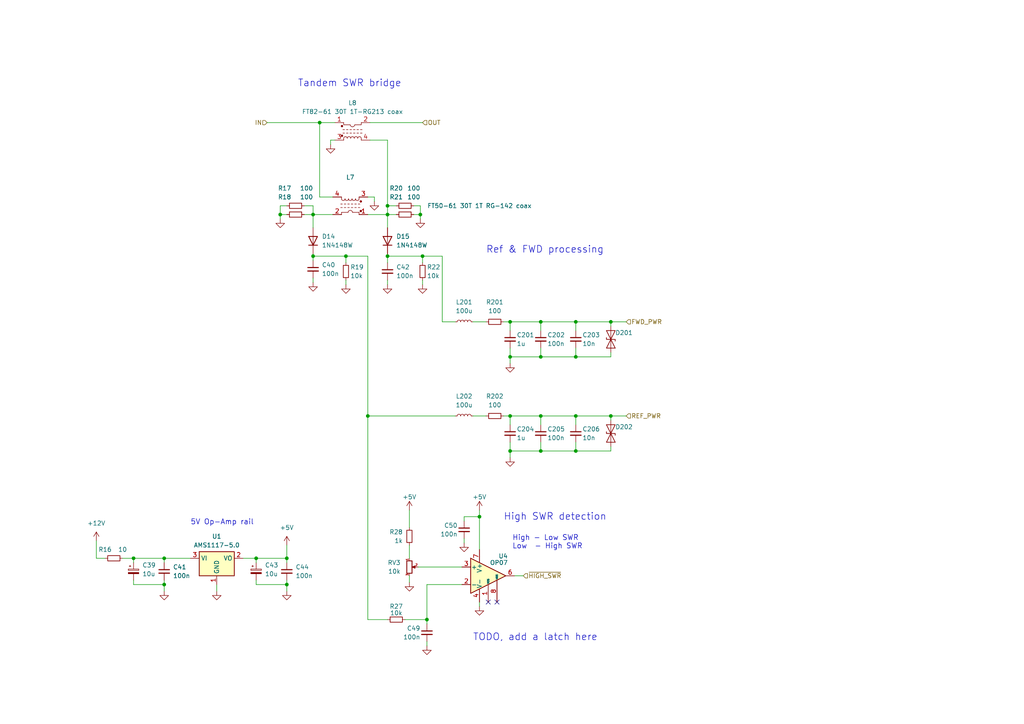
<source format=kicad_sch>
(kicad_sch (version 20230121) (generator eeschema)
  (paper "A4")
  (title_block (title "600 W LDMOS HF RF Amplifier - Forte") (date "2023-07-08") (rev "1.1") (company "SP6GK") (comment 1 "RF pallet") (comment 2 "Tandem SWR bridge") (comment 3 "High SWR trip"))
  (lib_symbols
    (symbol "Amplifier_Operational:OP07" (pin_names (offset 0.127))
      (property "Reference" "U" (at 1.27 6.35 0))
      (property "Value" "OP07" (at 1.27 3.81 0))
      (symbol "OP07_0_1"
        (polyline (pts (xy -5.08 5.08) (xy 5.08 0) (xy -5.08 -5.08) (xy -5.08 5.08)) (stroke (width 0.254)) (fill (type background)))
      )
      (symbol "OP07_1_1"
        (pin input line (at 0 -7.62 90) (length 5.08) (name "VOS") (number "1"))
        (pin input line (at -7.62 -2.54 0) (length 2.54) (name "-") (number "2"))
        (pin input line (at -7.62 2.54 0) (length 2.54) (name "+") (number "3"))
        (pin power_in line (at -2.54 -7.62 90) (length 3.81) (name "V-") (number "4"))
        (pin no_connect line (at 0 2.54 270) (length 2.54) hide (name "NC") (number "5"))
        (pin output line (at 7.62 0 180) (length 2.54) (name "~") (number "6"))
        (pin power_in line (at -2.54 7.62 270) (length 3.81) (name "V+") (number "7"))
        (pin input line (at 2.54 -7.62 90) (length 6.35) (name "VOS") (number "8"))
      )
    )
    (symbol "Device:C_Polarized_Small" (pin_numbers hide) (pin_names (offset 0.254) hide)
      (property "Reference" "C" (at 0.254 1.778 0))
      (property "Value" "C_Polarized_Small" (at 0.254 -2.032 0))
      (symbol "C_Polarized_Small_0_1"
        (rectangle (start -1.524 -0.3048) (end 1.524 -0.6858) (fill (type outline)))
        (rectangle (start -1.524 0.6858) (end 1.524 0.3048))
        (polyline (pts (xy -1.27 1.524) (xy -0.762 1.524)))
        (polyline (pts (xy -1.016 1.27) (xy -1.016 1.778)))
      )
      (symbol "C_Polarized_Small_1_1"
        (pin passive line (at 0 2.54 270) (length 1.8542) (name "~") (number "1"))
        (pin passive line (at 0 -2.54 90) (length 1.8542) (name "~") (number "2"))
      )
    )
    (symbol "Device:C_Small" (pin_numbers hide) (pin_names (offset 0.254) hide)
      (property "Reference" "C" (at 0.254 1.778 0))
      (property "Value" "C_Small" (at 0.254 -2.032 0))
      (symbol "C_Small_0_1"
        (polyline (pts (xy -1.524 -0.508) (xy 1.524 -0.508)) (stroke (width 0.3302)))
        (polyline (pts (xy -1.524 0.508) (xy 1.524 0.508)) (stroke (width 0.3048)))
      )
      (symbol "C_Small_1_1"
        (pin passive line (at 0 2.54 270) (length 2.032) (name "~") (number "1"))
        (pin passive line (at 0 -2.54 90) (length 2.032) (name "~") (number "2"))
      )
    )
    (symbol "Device:L_Small" (pin_numbers hide) (pin_names (offset 0.254) hide)
      (property "Reference" "L" (at 0.762 1.016 0))
      (property "Value" "L_Small" (at 0.762 -1.016 0))
      (symbol "L_Small_0_1"
        (arc (start 0 -2.032) (mid 0.5058 -1.524) (end 0 -1.016))
        (arc (start 0 -1.016) (mid 0.5058 -0.508) (end 0 0))
        (arc (start 0 0) (mid 0.5058 0.508) (end 0 1.016))
        (arc (start 0 1.016) (mid 0.5058 1.524) (end 0 2.032))
      )
      (symbol "L_Small_1_1"
        (pin passive line (at 0 2.54 270) (length 0.508) (name "~") (number "1"))
        (pin passive line (at 0 -2.54 90) (length 0.508) (name "~") (number "2"))
      )
    )
    (symbol "Device:R_Potentiometer_Small" (pin_names (offset 1.016) hide)
      (property "Reference" "RV" (at -4.445 0 90))
      (property "Value" "R_Potentiometer_Small" (at -2.54 0 90))
      (symbol "R_Potentiometer_Small_0_1"
        (polyline (pts (xy 0.889 0) (xy 0.635 0) (xy 1.651 0.381) (xy 1.651 -0.381) (xy 0.635 0) (xy 0.889 0)) (fill (type outline)))
        (rectangle (start 0.762 1.8034) (end -0.762 -1.8034) (stroke (width 0.254)))
      )
      (symbol "R_Potentiometer_Small_1_1"
        (pin passive line (at 0 2.54 270) (length 0.635) (name "1") (number "1"))
        (pin passive line (at 2.54 0 180) (length 0.9906) (name "2") (number "2"))
        (pin passive line (at 0 -2.54 90) (length 0.635) (name "3") (number "3"))
      )
    )
    (symbol "Device:R_Small" (pin_numbers hide) (pin_names (offset 0.254) hide)
      (property "Reference" "R" (at 0.762 0.508 0))
      (property "Value" "R_Small" (at 0.762 -1.016 0))
      (symbol "R_Small_0_1"
        (rectangle (start -0.762 1.778) (end 0.762 -1.778) (stroke (width 0.2032)))
      )
      (symbol "R_Small_1_1"
        (pin passive line (at 0 2.54 270) (length 0.762) (name "~") (number "1"))
        (pin passive line (at 0 -2.54 90) (length 0.762) (name "~") (number "2"))
      )
    )
    (symbol "Diode:1N4148W" (pin_numbers hide) (pin_names hide)
      (property "Reference" "D" (at 0 2.54 0))
      (property "Value" "1N4148W" (at 0 -2.54 0))
      (symbol "1N4148W_0_1"
        (polyline (pts (xy -1.27 1.27) (xy -1.27 -1.27)) (stroke (width 0.254)))
        (polyline (pts (xy 1.27 0) (xy -1.27 0)))
        (polyline (pts (xy 1.27 1.27) (xy 1.27 -1.27) (xy -1.27 0) (xy 1.27 1.27)) (stroke (width 0.254)))
      )
      (symbol "1N4148W_1_1"
        (pin passive line (at -3.81 0 0) (length 2.54) (name "K") (number "1"))
        (pin passive line (at 3.81 0 180) (length 2.54) (name "A") (number "2"))
      )
    )
    (symbol "Diode:SD12_SOD323" (pin_numbers hide) (pin_names (offset 1.016) hide)
      (property "Reference" "D" (at 0 2.54 0))
      (property "Value" "SD12_SOD323" (at 0 -2.54 0))
      (symbol "SD12_SOD323_0_1"
        (polyline (pts (xy 1.27 0) (xy -1.27 0)))
        (polyline (pts (xy -2.54 -1.27) (xy 0 0) (xy -2.54 1.27) (xy -2.54 -1.27)) (stroke (width 0.2032)))
        (polyline (pts (xy 0.508 1.27) (xy 0 1.27) (xy 0 -1.27) (xy -0.508 -1.27)) (stroke (width 0.2032)))
        (polyline (pts (xy 2.54 1.27) (xy 2.54 -1.27) (xy 0 0) (xy 2.54 1.27)) (stroke (width 0.2032)))
      )
      (symbol "SD12_SOD323_1_1"
        (pin passive line (at -3.81 0 0) (length 2.54) (name "A1") (number "1"))
        (pin passive line (at 3.81 0 180) (length 2.54) (name "A2") (number "2"))
      )
    )
    (symbol "Regulator_Linear:AMS1117-5.0"
      (property "Reference" "U" (at -3.81 3.175 0))
      (property "Value" "AMS1117-5.0" (at 0 3.175 0))
      (symbol "AMS1117-5.0_0_1"
        (rectangle (start -5.08 -5.08) (end 5.08 1.905) (stroke (width 0.254)) (fill (type background)))
      )
      (symbol "AMS1117-5.0_1_1"
        (pin power_in line (at 0 -7.62 90) (length 2.54) (name "GND") (number "1"))
        (pin power_out line (at 7.62 0 180) (length 2.54) (name "VO") (number "2"))
        (pin power_in line (at -7.62 0 0) (length 2.54) (name "VI") (number "3"))
      )
    )
    (symbol "TXRX_rel_sym_lim:T82_trafo" (pin_names (offset 0.254) hide)
      (property "Reference" "L" (at 0 4.445 0))
      (property "Value" "L_Ferrite_Coupled" (at 0 -4.445 0))
      (symbol "T82_trafo_0_1"
        (circle (center -3.048 -1.27) (radius 0.254) (fill (type outline)))
        (circle (center -3.048 1.524) (radius 0.254) (fill (type outline)))
        (arc (start -1.524 -2.032) (mid -2.032 -1.5262) (end -2.54 -2.032))
        (arc (start -0.635 1.905) (mid 0 1.3148) (end 0.635 1.905))
        (arc (start -0.508 -2.032) (mid -1.016 -1.5262) (end -1.524 -2.032))
        (polyline (pts (xy -2.794 -0.508) (xy -2.286 -0.508)))
        (polyline (pts (xy -2.794 0.508) (xy -2.286 0.508)))
        (polyline (pts (xy -2.54 -2.032) (xy -2.54 -2.54)))
        (polyline (pts (xy -2.54 1.905) (xy -2.54 2.54)))
        (polyline (pts (xy -2.54 1.905) (xy -0.635 1.905)))
        (polyline (pts (xy -1.778 -0.508) (xy -1.27 -0.508)))
        (polyline (pts (xy -1.778 0.508) (xy -1.27 0.508)))
        (polyline (pts (xy -0.762 -0.508) (xy -0.254 -0.508)))
        (polyline (pts (xy -0.762 0.508) (xy -0.254 0.508)))
        (polyline (pts (xy 0.254 -0.508) (xy 0.762 -0.508)))
        (polyline (pts (xy 0.254 0.508) (xy 0.762 0.508)))
        (polyline (pts (xy 1.27 -0.508) (xy 1.778 -0.508)))
        (polyline (pts (xy 1.27 0.508) (xy 1.778 0.508)))
        (polyline (pts (xy 2.286 -0.508) (xy 2.794 -0.508)))
        (polyline (pts (xy 2.286 0.508) (xy 2.794 0.508)))
        (polyline (pts (xy 2.54 -2.032) (xy 2.54 -2.54)))
        (polyline (pts (xy 2.54 1.905) (xy 0.635 1.905)))
        (polyline (pts (xy 2.54 2.54) (xy 2.54 1.905)))
        (arc (start 0.508 -2.032) (mid 0 -1.5262) (end -0.508 -2.032))
        (arc (start 1.524 -2.032) (mid 1.016 -1.5262) (end 0.508 -2.032))
        (arc (start 2.54 -2.032) (mid 2.032 -1.5262) (end 1.524 -2.032))
      )
      (symbol "T82_trafo_1_1"
        (pin passive line (at -5.08 2.54 0) (length 2.54) (name "1") (number "1"))
        (pin passive line (at 5.08 2.54 180) (length 2.54) (name "2") (number "2"))
        (pin passive line (at -5.08 -2.54 0) (length 2.54) (name "3") (number "3"))
        (pin passive line (at 5.08 -2.54 180) (length 2.54) (name "4") (number "4"))
      )
    )
    (symbol "power:+12V" (power) (pin_names (offset 0))
      (property "Value" "+12V" (at 0 3.556 0))
      (symbol "+12V_0_1"
        (polyline (pts (xy -0.762 1.27) (xy 0 2.54)))
        (polyline (pts (xy 0 0) (xy 0 2.54)))
        (polyline (pts (xy 0 2.54) (xy 0.762 1.27)))
      )
      (symbol "+12V_1_1"
        (pin power_in line (at 0 0 90) (length 0) hide (name "+12V") (number "1"))
      )
    )
    (symbol "power:+5V" (power) (pin_names (offset 0))
      (property "Value" "+5V" (at 0 3.556 0))
      (symbol "+5V_0_1"
        (polyline (pts (xy -0.762 1.27) (xy 0 2.54)))
        (polyline (pts (xy 0 0) (xy 0 2.54)))
        (polyline (pts (xy 0 2.54) (xy 0.762 1.27)))
      )
      (symbol "+5V_1_1"
        (pin power_in line (at 0 0 90) (length 0) hide (name "+5V") (number "1"))
      )
    )
    (symbol "power:GND" (power) (pin_names (offset 0))
      (property "Value" "GND" (at 0 -3.81 0))
      (symbol "GND_0_1"
        (polyline (pts (xy 0 0) (xy 0 -1.27) (xy 1.27 -1.27) (xy 0 -2.54) (xy -1.27 -1.27) (xy 0 -1.27)))
      )
      (symbol "GND_1_1"
        (pin power_in line (at 0 0 270) (length 0) hide (name "GND") (number "1"))
      )
    )
  )
  (junction (at 90.805 62.23))
  (junction (at 90.805 74.295))
  (junction (at 83.185 161.925))
  (junction (at 100.33 74.295))
  (junction (at 112.395 59.69))
  (junction (at 177.165 93.345))
  (junction (at 147.955 93.345))
  (junction (at 147.955 130.81))
  (junction (at 156.845 120.65))
  (junction (at 112.395 62.23))
  (junction (at 47.625 161.925))
  (junction (at 106.68 120.65))
  (junction (at 81.28 62.23))
  (junction (at 177.165 120.65))
  (junction (at 38.735 161.925))
  (junction (at 47.625 169.545))
  (junction (at 167.005 120.65))
  (junction (at 147.955 120.65))
  (junction (at 156.845 103.505))
  (junction (at 112.395 74.295))
  (junction (at 167.005 130.81))
  (junction (at 156.845 93.345))
  (junction (at 156.845 130.81))
  (junction (at 121.92 62.23))
  (junction (at 92.71 35.56))
  (junction (at 123.825 179.705))
  (junction (at 167.005 93.345))
  (junction (at 167.005 103.505))
  (junction (at 83.185 169.545))
  (junction (at 74.295 161.925))
  (junction (at 122.555 74.295))
  (junction (at 147.955 103.505))
  (junction (at 139.065 149.86))
  (no_connect (at 144.145 174.625))
  (no_connect (at 141.605 174.625))
  (wire (pts (xy 118.745 147.955) (xy 118.745 153.035)))
  (wire (pts (xy 147.955 120.65) (xy 156.845 120.65)))
  (wire (pts (xy 146.05 120.65) (xy 147.955 120.65)))
  (wire (pts (xy 146.05 93.345) (xy 147.955 93.345)))
  (wire (pts (xy 123.825 169.545) (xy 123.825 179.705)))
  (wire (pts (xy 134.62 156.21) (xy 134.62 157.48)))
  (wire (pts (xy 90.805 81.915) (xy 90.805 80.645)))
  (wire (pts (xy 147.955 100.965) (xy 147.955 103.505)))
  (wire (pts (xy 112.395 62.23) (xy 112.395 66.04)))
  (wire (pts (xy 122.555 82.55) (xy 122.555 81.28)))
  (wire (pts (xy 128.27 74.295) (xy 128.27 93.345)))
  (wire (pts (xy 147.955 128.27) (xy 147.955 130.81)))
  (wire (pts (xy 88.265 62.23) (xy 90.805 62.23)))
  (wire (pts (xy 123.825 186.055) (xy 123.825 187.325)))
  (wire (pts (xy 74.295 169.545) (xy 83.185 169.545)))
  (wire (pts (xy 90.805 73.66) (xy 90.805 74.295)))
  (wire (pts (xy 112.395 74.295) (xy 122.555 74.295)))
  (wire (pts (xy 112.395 59.69) (xy 114.935 59.69)))
  (wire (pts (xy 81.28 63.5) (xy 81.28 62.23)))
  (wire (pts (xy 139.065 149.86) (xy 139.065 159.385)))
  (wire (pts (xy 167.005 130.81) (xy 167.005 128.27)))
  (wire (pts (xy 100.33 82.55) (xy 100.33 81.28)))
  (wire (pts (xy 147.955 130.81) (xy 156.845 130.81)))
  (wire (pts (xy 112.395 40.64) (xy 107.315 40.64)))
  (wire (pts (xy 120.015 59.69) (xy 121.92 59.69)))
  (wire (pts (xy 121.92 62.23) (xy 121.92 59.69)))
  (wire (pts (xy 83.185 161.925) (xy 83.185 163.195)))
  (wire (pts (xy 83.185 158.115) (xy 83.185 161.925)))
  (wire (pts (xy 77.47 35.56) (xy 92.71 35.56)))
  (wire (pts (xy 92.71 57.15) (xy 96.52 57.15)))
  (wire (pts (xy 38.735 169.545) (xy 47.625 169.545)))
  (wire (pts (xy 121.92 62.23) (xy 120.015 62.23)))
  (wire (pts (xy 167.005 130.81) (xy 177.165 130.81)))
  (wire (pts (xy 147.955 93.345) (xy 147.955 95.885)))
  (wire (pts (xy 128.27 93.345) (xy 132.08 93.345)))
  (wire (pts (xy 92.71 35.56) (xy 92.71 57.15)))
  (wire (pts (xy 118.745 167.005) (xy 118.745 168.91)))
  (wire (pts (xy 156.845 93.345) (xy 156.845 95.885)))
  (wire (pts (xy 100.33 74.295) (xy 100.33 76.2)))
  (wire (pts (xy 147.955 120.65) (xy 147.955 123.19)))
  (wire (pts (xy 100.33 74.295) (xy 106.68 74.295)))
  (wire (pts (xy 118.745 158.115) (xy 118.745 161.925)))
  (wire (pts (xy 139.065 147.955) (xy 139.065 149.86)))
  (wire (pts (xy 83.185 171.45) (xy 83.185 169.545)))
  (wire (pts (xy 92.71 35.56) (xy 97.155 35.56)))
  (wire (pts (xy 147.955 105.41) (xy 147.955 103.505)))
  (wire (pts (xy 134.62 149.86) (xy 139.065 149.86)))
  (wire (pts (xy 112.395 59.69) (xy 112.395 62.23)))
  (wire (pts (xy 47.625 171.45) (xy 47.625 169.545)))
  (wire (pts (xy 81.28 62.23) (xy 83.185 62.23)))
  (wire (pts (xy 137.16 120.65) (xy 140.97 120.65)))
  (wire (pts (xy 81.28 59.69) (xy 81.28 62.23)))
  (wire (pts (xy 167.005 93.345) (xy 177.165 93.345)))
  (wire (pts (xy 177.165 129.54) (xy 177.165 130.81)))
  (wire (pts (xy 90.805 74.295) (xy 90.805 75.565)))
  (wire (pts (xy 107.315 35.56) (xy 122.555 35.56)))
  (wire (pts (xy 90.805 59.69) (xy 90.805 62.23)))
  (wire (pts (xy 106.68 179.705) (xy 106.68 120.65)))
  (wire (pts (xy 30.48 161.925) (xy 27.94 161.925)))
  (wire (pts (xy 90.805 62.23) (xy 96.52 62.23)))
  (wire (pts (xy 121.92 62.23) (xy 121.92 63.5)))
  (wire (pts (xy 112.395 40.64) (xy 112.395 59.69)))
  (wire (pts (xy 112.395 74.295) (xy 112.395 76.2)))
  (wire (pts (xy 177.165 102.235) (xy 177.165 103.505)))
  (wire (pts (xy 112.395 82.55) (xy 112.395 81.28)))
  (wire (pts (xy 177.165 93.345) (xy 177.165 94.615)))
  (wire (pts (xy 38.735 168.275) (xy 38.735 169.545)))
  (wire (pts (xy 90.805 62.23) (xy 90.805 66.04)))
  (wire (pts (xy 106.68 120.65) (xy 132.08 120.65)))
  (wire (pts (xy 177.165 120.65) (xy 177.165 121.92)))
  (wire (pts (xy 47.625 161.925) (xy 47.625 163.195)))
  (wire (pts (xy 156.845 93.345) (xy 167.005 93.345)))
  (wire (pts (xy 83.185 59.69) (xy 81.28 59.69)))
  (wire (pts (xy 156.845 103.505) (xy 167.005 103.505)))
  (wire (pts (xy 95.885 40.64) (xy 95.885 41.91)))
  (wire (pts (xy 149.225 167.005) (xy 151.765 167.005)))
  (wire (pts (xy 83.185 169.545) (xy 83.185 168.275)))
  (wire (pts (xy 88.265 59.69) (xy 90.805 59.69)))
  (wire (pts (xy 121.285 164.465) (xy 133.985 164.465)))
  (wire (pts (xy 137.16 93.345) (xy 140.97 93.345)))
  (wire (pts (xy 122.555 74.295) (xy 128.27 74.295)))
  (wire (pts (xy 74.295 161.925) (xy 83.185 161.925)))
  (wire (pts (xy 106.68 74.295) (xy 106.68 120.65)))
  (wire (pts (xy 70.485 161.925) (xy 74.295 161.925)))
  (wire (pts (xy 156.845 103.505) (xy 156.845 100.965)))
  (wire (pts (xy 112.395 179.705) (xy 106.68 179.705)))
  (wire (pts (xy 123.825 180.975) (xy 123.825 179.705)))
  (wire (pts (xy 117.475 179.705) (xy 123.825 179.705)))
  (wire (pts (xy 108.585 57.15) (xy 106.68 57.15)))
  (wire (pts (xy 112.395 62.23) (xy 114.935 62.23)))
  (wire (pts (xy 47.625 169.545) (xy 47.625 168.275)))
  (wire (pts (xy 147.955 93.345) (xy 156.845 93.345)))
  (wire (pts (xy 35.56 161.925) (xy 38.735 161.925)))
  (wire (pts (xy 134.62 151.13) (xy 134.62 149.86)))
  (wire (pts (xy 167.005 120.65) (xy 177.165 120.65)))
  (wire (pts (xy 106.68 62.23) (xy 112.395 62.23)))
  (wire (pts (xy 90.805 74.295) (xy 100.33 74.295)))
  (wire (pts (xy 47.625 161.925) (xy 55.245 161.925)))
  (wire (pts (xy 38.735 161.925) (xy 47.625 161.925)))
  (wire (pts (xy 38.735 161.925) (xy 38.735 163.195)))
  (wire (pts (xy 167.005 103.505) (xy 167.005 100.965)))
  (wire (pts (xy 147.955 103.505) (xy 156.845 103.505)))
  (wire (pts (xy 123.825 169.545) (xy 133.985 169.545)))
  (wire (pts (xy 139.065 175.895) (xy 139.065 174.625)))
  (wire (pts (xy 122.555 74.295) (xy 122.555 76.2)))
  (wire (pts (xy 156.845 130.81) (xy 156.845 128.27)))
  (wire (pts (xy 177.165 93.345) (xy 181.61 93.345)))
  (wire (pts (xy 74.295 161.925) (xy 74.295 163.195)))
  (wire (pts (xy 147.955 132.715) (xy 147.955 130.81)))
  (wire (pts (xy 177.165 120.65) (xy 181.61 120.65)))
  (wire (pts (xy 167.005 120.65) (xy 167.005 123.19)))
  (wire (pts (xy 74.295 168.275) (xy 74.295 169.545)))
  (wire (pts (xy 167.005 103.505) (xy 177.165 103.505)))
  (wire (pts (xy 97.155 40.64) (xy 95.885 40.64)))
  (wire (pts (xy 108.585 58.42) (xy 108.585 57.15)))
  (wire (pts (xy 167.005 93.345) (xy 167.005 95.885)))
  (wire (pts (xy 62.865 171.45) (xy 62.865 169.545)))
  (wire (pts (xy 112.395 73.66) (xy 112.395 74.295)))
  (wire (pts (xy 156.845 120.65) (xy 156.845 123.19)))
  (wire (pts (xy 27.94 156.845) (xy 27.94 161.925)))
  (wire (pts (xy 156.845 130.81) (xy 167.005 130.81)))
  (wire (pts (xy 156.845 120.65) (xy 167.005 120.65)))
  (text "TODO, add a latch here\n" (at 137.16 186.055 0) (effects (font (size 2 2)) (justify left bottom)))
  (text "Ref & FWD processing\n" (at 140.97 73.66 0) (effects (font (size 2 2)) (justify left bottom)))
  (text "Tandem SWR bridge" (at 86.36 25.4 0) (effects (font (size 2 2)) (justify left bottom)))
  (text "High SWR detection" (at 146.05 151.13 0) (effects (font (size 2 2)) (justify left bottom)))
  (text "High - Low SWR\nLow  - High SWR" (at 148.59 159.385 0) (effects (font (size 1.5 1.5)) (justify left bottom)))
  (text "5V Op-Amp rail" (at 55.245 152.4 0) (effects (font (size 1.5 1.5)) (justify left bottom)))
  (hierarchical_label "OUT" (shape input) (at 122.555 35.56 0))
  (hierarchical_label "FWD_PWR" (shape input) (at 181.61 93.345 0))
  (hierarchical_label "REF_PWR" (shape input) (at 181.61 120.65 0))
  (hierarchical_label "~{HIGH_SWR}" (shape input) (at 151.765 167.005 0))
  (hierarchical_label "IN" (shape input) (at 77.47 35.56 180))
  (symbol (lib_id "Device:C_Small") (at 83.185 165.735 0) (unit 1)
    (property "Reference" "C44" (at 85.725 164.465 0) (effects (justify left)))
    (property "Value" "100n" (at 85.725 167.005 0) (effects (justify left)))
    (property "Footprint" "Capacitor_SMD:C_0603_1608Metric_Pad1.08x0.95mm_HandSolder" (effects hide))
  )
  (symbol (lib_id "power:GND") (at 147.955 132.715 0) (mirror y) (unit 1)
    (property "Reference" "#PWR0202" (effects hide))
    (property "Value" "GND" (effects hide))
  )
  (symbol (lib_id "Amplifier_Operational:OP07") (at 141.605 167.005 0) (unit 1)
    (property "Reference" "U4" (at 147.32 161.29 0) (effects (justify right)))
    (property "Value" "OP07" (at 147.32 163.195 0) (effects (justify right)))
    (property "Footprint" "Package_SO:SOIC-8_3.9x4.9mm_P1.27mm" (effects hide))
    (property "Datasheet" "https://www.analog.com/media/en/technical-documentation/data-sheets/OP07.pdf" (effects hide))
  )
  (symbol (lib_id "Device:L_Small") (at 134.62 93.345 90) (unit 1)
    (property "Reference" "L201" (at 134.62 87.63 90))
    (property "Value" "100u" (at 134.62 90.17 90))
    (property "Footprint" "Inductor_SMD:L_0805_2012Metric_Pad1.05x1.20mm_HandSolder" (effects hide))
  )
  (symbol (lib_id "power:GND") (at 83.185 171.45 0) (unit 1)
    (property "Reference" "#PWR037" (effects hide))
    (property "Value" "GND" (effects hide))
  )
  (symbol (lib_id "power:GND") (at 147.955 105.41 0) (mirror y) (unit 1)
    (property "Reference" "#PWR0201" (effects hide))
    (property "Value" "GND" (effects hide))
  )
  (symbol (lib_id "power:GND") (at 95.885 41.91 0) (unit 1)
    (property "Reference" "#PWR029" (effects hide))
    (property "Value" "GND" (effects hide))
  )
  (symbol (lib_id "Device:C_Small") (at 147.955 98.425 0) (unit 1)
    (property "Reference" "C201" (at 149.86 97.155 0) (effects (justify left)))
    (property "Value" "1u" (at 149.86 99.695 0) (effects (justify left)))
    (property "Footprint" "Capacitor_SMD:C_0603_1608Metric_Pad1.08x0.95mm_HandSolder" (effects hide))
  )
  (symbol (lib_id "Regulator_Linear:AMS1117-5.0") (at 62.865 161.925 0) (unit 1)
    (property "Reference" "U1" (at 62.865 155.575 0))
    (property "Value" "AMS1117-5.0" (at 62.865 158.115 0))
    (property "Footprint" "Package_TO_SOT_SMD:SOT-223-3_TabPin2" (effects hide))
    (property "Datasheet" "http://www.advanced-monolithic.com/pdf/ds1117.pdf" (effects hide))
  )
  (symbol (lib_id "Device:R_Small") (at 117.475 62.23 90) (unit 1)
    (property "Reference" "R21" (at 114.935 57.15 90))
    (property "Value" "100" (at 120.015 54.61 90))
    (property "Footprint" "Resistor_SMD:R_2010_5025Metric_Pad1.40x2.65mm_HandSolder" (effects hide))
  )
  (symbol (lib_id "Device:C_Small") (at 112.395 78.74 0) (unit 1)
    (property "Reference" "C42" (at 114.935 77.47 0) (effects (justify left)))
    (property "Value" "100n" (at 114.935 80.01 0) (effects (justify left)))
    (property "Footprint" "Capacitor_SMD:C_0805_2012Metric_Pad1.18x1.45mm_HandSolder" (effects hide))
  )
  (symbol (lib_id "power:GND") (at 108.585 58.42 0) (unit 1)
    (property "Reference" "#PWR031" (effects hide))
    (property "Value" "GND" (effects hide))
  )
  (symbol (lib_id "Device:R_Small") (at 114.935 179.705 90) (unit 1)
    (property "Reference" "R27" (at 114.935 175.895 90))
    (property "Value" "10k" (at 114.935 177.8 90))
    (property "Footprint" "Resistor_SMD:R_0603_1608Metric_Pad0.98x0.95mm_HandSolder" (effects hide))
  )
  (symbol (lib_id "Device:R_Small") (at 33.02 161.925 90) (unit 1)
    (property "Reference" "R16" (at 30.48 159.385 90))
    (property "Value" "10" (at 35.56 159.385 90))
    (property "Footprint" "Resistor_SMD:R_0805_2012Metric_Pad1.20x1.40mm_HandSolder" (effects hide))
  )
  (symbol (lib_id "Device:R_Small") (at 143.51 120.65 270) (unit 1)
    (property "Reference" "R202" (at 143.51 114.935 90))
    (property "Value" "100" (at 143.51 117.475 90))
    (property "Footprint" "Resistor_SMD:R_0603_1608Metric_Pad0.98x0.95mm_HandSolder" (effects hide))
  )
  (symbol (lib_id "power:GND") (at 122.555 82.55 0) (unit 1)
    (property "Reference" "#PWR035" (effects hide))
    (property "Value" "GND" (effects hide))
  )
  (symbol (lib_id "Device:C_Small") (at 134.62 153.67 0) (mirror y) (unit 1)
    (property "Reference" "C50" (at 132.715 152.4 0) (effects (justify left)))
    (property "Value" "100n" (at 132.715 154.94 0) (effects (justify left)))
    (property "Footprint" "Capacitor_SMD:C_0603_1608Metric_Pad1.08x0.95mm_HandSolder" (effects hide))
  )
  (symbol (lib_id "power:GND") (at 118.745 168.91 0) (mirror y) (unit 1)
    (property "Reference" "#PWR051" (effects hide))
    (property "Value" "GND" (effects hide))
  )
  (symbol (lib_id "Diode:SD12_SOD323") (at 177.165 125.73 270) (unit 1)
    (property "Reference" "D202" (at 178.435 123.825 90) (effects (justify left)))
    (property "Value" "SD12_SOD323" (effects hide))
    (property "Footprint" "Diode_SMD:D_SOD-323" (effects hide))
    (property "Datasheet" "https://www.littelfuse.com/~/media/electronics/datasheets/tvs_diode_arrays/littelfuse_tvs_diode_array_sd_c_datasheet.pdf.pdf" (effects hide))
  )
  (symbol (lib_id "power:GND") (at 90.805 81.915 0) (unit 1)
    (property "Reference" "#PWR027" (effects hide))
    (property "Value" "GND" (effects hide))
  )
  (symbol (lib_id "Device:C_Small") (at 156.845 125.73 0) (unit 1)
    (property "Reference" "C205" (at 158.75 124.46 0) (effects (justify left)))
    (property "Value" "100n" (at 158.75 127 0) (effects (justify left)))
    (property "Footprint" "Capacitor_SMD:C_0603_1608Metric_Pad1.08x0.95mm_HandSolder" (effects hide))
  )
  (symbol (lib_id "power:GND") (at 112.395 82.55 0) (unit 1)
    (property "Reference" "#PWR033" (effects hide))
    (property "Value" "GND" (effects hide))
  )
  (symbol (lib_id "Device:R_Small") (at 122.555 78.74 0) (unit 1)
    (property "Reference" "R22" (at 123.825 77.47 0) (effects (justify left)))
    (property "Value" "10k" (at 123.825 80.01 0) (effects (justify left)))
    (property "Footprint" "Resistor_SMD:R_0603_1608Metric_Pad0.98x0.95mm_HandSolder" (effects hide))
  )
  (symbol (lib_id "power:GND") (at 134.62 157.48 0) (mirror y) (unit 1)
    (property "Reference" "#PWR053" (effects hide))
    (property "Value" "GND" (effects hide))
  )
  (symbol (lib_id "power:GND") (at 121.92 63.5 0) (unit 1)
    (property "Reference" "#PWR034" (effects hide))
    (property "Value" "GND" (effects hide))
  )
  (symbol (lib_id "Device:C_Polarized_Small") (at 74.295 165.735 0) (unit 1)
    (property "Reference" "C43" (at 76.835 163.9189 0) (effects (justify left)))
    (property "Value" "10u" (at 76.835 166.4589 0) (effects (justify left)))
    (property "Footprint" "Capacitor_SMD:C_0805_2012Metric_Pad1.18x1.45mm_HandSolder" (effects hide))
  )
  (symbol (lib_id "TXRX_rel_sym_lim:T82_trafo") (at 102.235 38.1 0) (unit 1)
    (property "Reference" "L8" (at 102.235 29.845 0))
    (property "Value" "FT82-61 30T 1T-RG213 coax" (at 102.235 32.385 0))
    (property "Footprint" "TXRX_rel_lib:FT82_trafo" (effects hide))
  )
  (symbol (lib_id "Device:R_Small") (at 118.745 155.575 0) (mirror y) (unit 1)
    (property "Reference" "R28" (at 116.84 154.305 0) (effects (justify left)))
    (property "Value" "1k" (at 116.84 156.845 0) (effects (justify left)))
    (property "Footprint" "Resistor_SMD:R_0603_1608Metric_Pad0.98x0.95mm_HandSolder" (effects hide))
  )
  (symbol (lib_id "Device:R_Potentiometer_Small") (at 118.745 164.465 0) (unit 1)
    (property "Reference" "RV3" (at 116.205 163.195 0) (effects (justify right)))
    (property "Value" "10k" (at 116.205 165.735 0) (effects (justify right)))
    (property "Footprint" "Potentiometer_SMD:Potentiometer_Bourns_3269W_Vertical" (effects hide))
  )
  (symbol (lib_id "power:+5V") (at 139.065 147.955 0) (mirror y) (unit 1)
    (property "Reference" "#PWR054" (effects hide))
    (property "Value" "+5V" (at 139.065 144.145 0))
  )
  (symbol (lib_id "Diode:1N4148W") (at 112.395 69.85 90) (unit 1)
    (property "Reference" "D15" (at 114.935 68.58 90) (effects (justify right)))
    (property "Value" "1N4148W" (at 114.935 71.12 90) (effects (justify right)))
    (property "Footprint" "Diode_SMD:D_SMA" (effects hide))
    (property "Datasheet" "https://www.vishay.com/docs/85748/1n4148w.pdf" (effects hide))
    (property "Sim.Device" "D" (effects hide))
    (property "Sim.Pins" "1=K 2=A" (effects hide))
  )
  (symbol (lib_id "Device:C_Small") (at 167.005 98.425 0) (unit 1)
    (property "Reference" "C203" (at 168.91 97.155 0) (effects (justify left)))
    (property "Value" "10n" (at 168.91 99.695 0) (effects (justify left)))
    (property "Footprint" "Capacitor_SMD:C_0603_1608Metric_Pad1.08x0.95mm_HandSolder" (effects hide))
  )
  (symbol (lib_id "Device:C_Small") (at 90.805 78.105 0) (unit 1)
    (property "Reference" "C40" (at 93.345 76.835 0) (effects (justify left)))
    (property "Value" "100n" (at 93.345 79.375 0) (effects (justify left)))
    (property "Footprint" "Capacitor_SMD:C_0805_2012Metric_Pad1.18x1.45mm_HandSolder" (effects hide))
  )
  (symbol (lib_id "power:GND") (at 62.865 171.45 0) (unit 1)
    (property "Reference" "#PWR032" (effects hide))
    (property "Value" "GND" (effects hide))
  )
  (symbol (lib_id "Device:R_Small") (at 100.33 78.74 0) (unit 1)
    (property "Reference" "R19" (at 101.6 77.47 0) (effects (justify left)))
    (property "Value" "10k" (at 101.6 80.01 0) (effects (justify left)))
    (property "Footprint" "Resistor_SMD:R_0603_1608Metric_Pad0.98x0.95mm_HandSolder" (effects hide))
  )
  (symbol (lib_id "Diode:1N4148W") (at 90.805 69.85 90) (unit 1)
    (property "Reference" "D14" (at 93.345 68.58 90) (effects (justify right)))
    (property "Value" "1N4148W" (at 93.345 71.12 90) (effects (justify right)))
    (property "Footprint" "Diode_SMD:D_SMA" (effects hide))
    (property "Datasheet" "https://www.vishay.com/docs/85748/1n4148w.pdf" (effects hide))
    (property "Sim.Device" "D" (effects hide))
    (property "Sim.Pins" "1=K 2=A" (effects hide))
  )
  (symbol (lib_id "power:GND") (at 47.625 171.45 0) (unit 1)
    (property "Reference" "#PWR028" (effects hide))
    (property "Value" "GND" (effects hide))
  )
  (symbol (lib_id "power:+5V") (at 83.185 158.115 0) (unit 1)
    (property "Reference" "#PWR036" (effects hide))
    (property "Value" "+5V" (at 83.185 153.035 0))
  )
  (symbol (lib_id "Device:R_Small") (at 143.51 93.345 270) (unit 1)
    (property "Reference" "R201" (at 143.51 87.63 90))
    (property "Value" "100" (at 143.51 90.17 90))
    (property "Footprint" "Resistor_SMD:R_0603_1608Metric_Pad0.98x0.95mm_HandSolder" (effects hide))
  )
  (symbol (lib_id "Device:C_Polarized_Small") (at 38.735 165.735 0) (unit 1)
    (property "Reference" "C39" (at 41.275 163.9189 0) (effects (justify left)))
    (property "Value" "10u" (at 41.275 166.4589 0) (effects (justify left)))
    (property "Footprint" "Capacitor_SMD:C_0805_2012Metric_Pad1.18x1.45mm_HandSolder" (effects hide))
  )
  (symbol (lib_id "Diode:SD12_SOD323") (at 177.165 98.425 270) (unit 1)
    (property "Reference" "D201" (at 178.435 96.52 90) (effects (justify left)))
    (property "Value" "SD12_SOD323" (effects hide))
    (property "Footprint" "Diode_SMD:D_SOD-323" (effects hide))
    (property "Datasheet" "https://www.littelfuse.com/~/media/electronics/datasheets/tvs_diode_arrays/littelfuse_tvs_diode_array_sd_c_datasheet.pdf.pdf" (effects hide))
  )
  (symbol (lib_id "Device:C_Small") (at 47.625 165.735 0) (unit 1)
    (property "Reference" "C41" (at 50.165 164.465 0) (effects (justify left)))
    (property "Value" "100n" (at 50.165 167.005 0) (effects (justify left)))
    (property "Footprint" "Capacitor_SMD:C_0603_1608Metric_Pad1.08x0.95mm_HandSolder" (effects hide))
  )
  (symbol (lib_id "Device:R_Small") (at 117.475 59.69 90) (unit 1)
    (property "Reference" "R20" (at 114.935 54.61 90))
    (property "Value" "100" (at 120.015 57.15 90))
    (property "Footprint" "Resistor_SMD:R_2010_5025Metric_Pad1.40x2.65mm_HandSolder" (effects hide))
  )
  (symbol (lib_id "power:+12V") (at 27.94 156.845 0) (unit 1)
    (property "Reference" "#PWR025" (effects hide))
    (property "Value" "+12V" (at 27.94 151.765 0))
  )
  (symbol (lib_id "power:GND") (at 139.065 175.895 0) (mirror y) (unit 1)
    (property "Reference" "#PWR055" (effects hide))
    (property "Value" "GND" (effects hide))
  )
  (symbol (lib_id "TXRX_rel_sym_lim:T82_trafo") (at 101.6 59.69 180) (unit 1)
    (property "Reference" "L7" (at 101.6 51.435 0))
    (property "Value" "FT50-61 30T 1T RG-142 coax" (at 139.065 59.69 0))
    (property "Footprint" "TXRX_rel_lib:FT82_trafo" (effects hide))
  )
  (symbol (lib_id "Device:L_Small") (at 134.62 120.65 90) (unit 1)
    (property "Reference" "L202" (at 134.62 114.935 90))
    (property "Value" "100u" (at 134.62 117.475 90))
    (property "Footprint" "Inductor_SMD:L_0805_2012Metric_Pad1.05x1.20mm_HandSolder" (effects hide))
  )
  (symbol (lib_id "power:+5V") (at 118.745 147.955 0) (mirror y) (unit 1)
    (property "Reference" "#PWR050" (effects hide))
    (property "Value" "+5V" (at 118.745 144.145 0))
  )
  (symbol (lib_id "Device:C_Small") (at 147.955 125.73 0) (unit 1)
    (property "Reference" "C204" (at 149.86 124.46 0) (effects (justify left)))
    (property "Value" "1u" (at 149.86 127 0) (effects (justify left)))
    (property "Footprint" "Capacitor_SMD:C_0603_1608Metric_Pad1.08x0.95mm_HandSolder" (effects hide))
  )
  (symbol (lib_id "power:GND") (at 100.33 82.55 0) (unit 1)
    (property "Reference" "#PWR030" (effects hide))
    (property "Value" "GND" (effects hide))
  )
  (symbol (lib_id "power:GND") (at 123.825 187.325 0) (mirror y) (unit 1)
    (property "Reference" "#PWR052" (effects hide))
    (property "Value" "GND" (effects hide))
  )
  (symbol (lib_id "Device:C_Small") (at 167.005 125.73 0) (unit 1)
    (property "Reference" "C206" (at 168.91 124.46 0) (effects (justify left)))
    (property "Value" "10n" (at 168.91 127 0) (effects (justify left)))
    (property "Footprint" "Capacitor_SMD:C_0603_1608Metric_Pad1.08x0.95mm_HandSolder" (effects hide))
  )
  (symbol (lib_id "Device:C_Small") (at 123.825 183.515 0) (mirror y) (unit 1)
    (property "Reference" "C49" (at 121.92 182.245 0) (effects (justify left)))
    (property "Value" "100n" (at 121.92 184.785 0) (effects (justify left)))
    (property "Footprint" "Capacitor_SMD:C_0603_1608Metric_Pad1.08x0.95mm_HandSolder" (effects hide))
  )
  (symbol (lib_id "power:GND") (at 81.28 63.5 0) (mirror y) (unit 1)
    (property "Reference" "#PWR026" (effects hide))
    (property "Value" "GND" (effects hide))
  )
  (symbol (lib_id "Device:R_Small") (at 85.725 62.23 90) (unit 1)
    (property "Reference" "R18" (at 82.55 57.15 90))
    (property "Value" "100" (at 88.9 54.61 90))
    (property "Footprint" "Resistor_SMD:R_2010_5025Metric_Pad1.40x2.65mm_HandSolder" (effects hide))
  )
  (symbol (lib_id "Device:R_Small") (at 85.725 59.69 90) (unit 1)
    (property "Reference" "R17" (at 82.55 54.61 90))
    (property "Value" "100" (at 88.9 57.15 90))
    (property "Footprint" "Resistor_SMD:R_2010_5025Metric_Pad1.40x2.65mm_HandSolder" (effects hide))
  )
  (symbol (lib_id "Device:C_Small") (at 156.845 98.425 0) (unit 1)
    (property "Reference" "C202" (at 158.75 97.155 0) (effects (justify left)))
    (property "Value" "100n" (at 158.75 99.695 0) (effects (justify left)))
    (property "Footprint" "Capacitor_SMD:C_0603_1608Metric_Pad1.08x0.95mm_HandSolder" (effects hide))
  )
)
</source>
